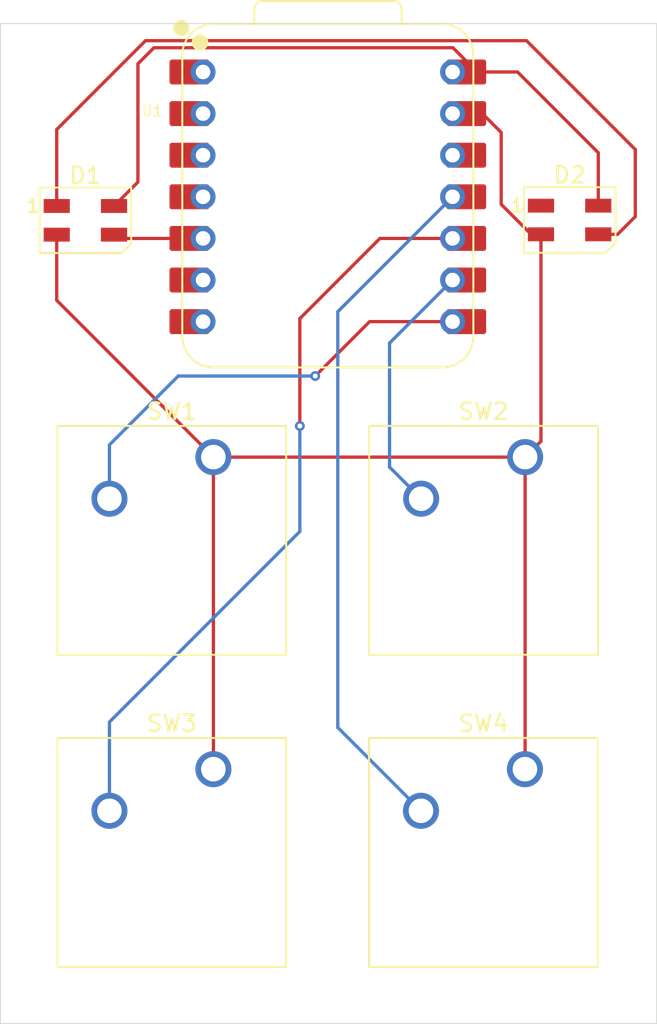
<source format=kicad_pcb>
(kicad_pcb (version 20241229) (generator "pcbnew") (generator_version "9.0")
  (layers (0 "F.Cu" signal) (2 "B.Cu" signal) (13 "F.Paste" user) (15 "B.Paste" user) (5 "F.SilkS" user "F.Silkscreen") (7 "B.SilkS" user "B.Silkscreen") (1 "F.Mask" user) (3 "B.Mask" user) (25 "Edge.Cuts" user))
  (net 0 "")
  (net 1 "Net-(D1-DOUT)")
  (net 2 "Net-(D1-DIN)")
  (net 3 "+5V")
  (net 4 "GND")
  (net 6 "Net-(U1-P301{slash}RXD2)")
  (net 7 "Net-(U1-P111{slash}SCK9)")
  (net 8 "Net-(U1-P110{slash}MISO9)")
  (net 9 "Net-(U1-P109{slash}MOSI9)")
  (footprint "Button_Switch_Keyboard:SW_Cherry_MX_1.00u_PCB" (layer "F.Cu") (at 102.02 125.51)
    (property "Reference" "SW3" (at -2.54 -2.794 0) (layer "F.SilkS"))
    (property "Value" "SW_Push")
    (fp_line (start -9.525 -1.905) (end 4.445 -1.905) (stroke (width 0.12)) (layer "F.SilkS"))
    (fp_line (start -9.525 12.065) (end -9.525 -1.905) (stroke (width 0.12)) (layer "F.SilkS"))
    (fp_line (start 4.445 -1.905) (end 4.445 12.065) (stroke (width 0.12)) (layer "F.SilkS"))
    (fp_line (start 4.445 12.065) (end -9.525 12.065) (stroke (width 0.12)) (layer "F.SilkS"))
    (pad "" np_thru_hole circle (at -7.62 5.08) (size 1.7 1.7) (drill 1.7) (layers "*.Cu" "*.Mask"))
    (pad "" np_thru_hole circle (at -2.54 5.08) (size 4 4) (drill 4) (layers "*.Cu" "*.Mask"))
    (pad "" np_thru_hole circle (at 2.54 5.08) (size 1.7 1.7) (drill 1.7) (layers "*.Cu" "*.Mask"))
    (pad "1" thru_hole circle (at 0 0) (size 2.2 2.2) (drill 1.5) (layers "*.Cu" "*.Mask") (net 4 "GND"))
    (pad "2" thru_hole circle (at -6.35 2.54) (size 2.2 2.2) (drill 1.5) (layers "*.Cu" "*.Mask") (net 8 "Net-(U1-P110{slash}MISO9)"))
  )
  (footprint "Button_Switch_Keyboard:SW_Cherry_MX_1.00u_PCB" (layer "F.Cu") (at 102.02 106.46)
    (property "Reference" "SW1" (at -2.54 -2.794 0) (layer "F.SilkS"))
    (property "Value" "SW_Push")
    (fp_line (start -9.525 -1.905) (end 4.445 -1.905) (stroke (width 0.12)) (layer "F.SilkS"))
    (fp_line (start -9.525 12.065) (end -9.525 -1.905) (stroke (width 0.12)) (layer "F.SilkS"))
    (fp_line (start 4.445 -1.905) (end 4.445 12.065) (stroke (width 0.12)) (layer "F.SilkS"))
    (fp_line (start 4.445 12.065) (end -9.525 12.065) (stroke (width 0.12)) (layer "F.SilkS"))
    (pad "" np_thru_hole circle (at -7.62 5.08) (size 1.7 1.7) (drill 1.7) (layers "*.Cu" "*.Mask"))
    (pad "" np_thru_hole circle (at -2.54 5.08) (size 4 4) (drill 4) (layers "*.Cu" "*.Mask"))
    (pad "" np_thru_hole circle (at 2.54 5.08) (size 1.7 1.7) (drill 1.7) (layers "*.Cu" "*.Mask"))
    (pad "1" thru_hole circle (at 0 0) (size 2.2 2.2) (drill 1.5) (layers "*.Cu" "*.Mask") (net 4 "GND"))
    (pad "2" thru_hole circle (at -6.35 2.54) (size 2.2 2.2) (drill 1.5) (layers "*.Cu" "*.Mask") (net 6 "Net-(U1-P301{slash}RXD2)"))
  )
  (footprint "LED_SMD:LED_SK6812MINI_PLCC4_3.5x3.5mm_P1.75mm" (layer "F.Cu") (at 94.2 92.005)
    (property "Reference" "D1" (at 0 -2.75 0) (layer "F.SilkS"))
    (property "Value" "SK6812MINI")
    (fp_line (start -2.8 -2) (end -2.8 2) (stroke (width 0.12)) (layer "F.SilkS"))
    (fp_line (start -2.8 -2) (end 2.8 -2) (stroke (width 0.12)) (layer "F.SilkS"))
    (fp_line (start -2.8 2) (end 2.2 2) (stroke (width 0.12)) (layer "F.SilkS"))
    (fp_line (start 2.8 1.4) (end 2.2 2) (stroke (width 0.12)) (layer "F.SilkS"))
    (fp_line (start 2.8 1.4) (end 2.8 -2) (stroke (width 0.12)) (layer "F.SilkS"))
    (fp_text user "1" (at -3.2 -0.875 0) (layer "F.SilkS") (effects (font (size 0.8 0.8))))
    (pad "1" smd rect (at -1.75 -0.875) (size 1.6 0.85) (layers "F.Cu" "F.Mask" "F.Paste") (net 1 "Net-(D1-DOUT)"))
    (pad "2" smd rect (at -1.75 0.875) (size 1.6 0.85) (layers "F.Cu" "F.Mask" "F.Paste") (net 4 "GND"))
    (pad "3" smd rect (at 1.75 0.875) (size 1.6 0.85) (layers "F.Cu" "F.Mask" "F.Paste") (net 2 "Net-(D1-DIN)"))
    (pad "4" smd rect (at 1.75 -0.875) (size 1.6 0.85) (layers "F.Cu" "F.Mask" "F.Paste") (net 3 "+5V"))
  )
  (footprint "Button_Switch_Keyboard:SW_Cherry_MX_1.00u_PCB" (layer "F.Cu") (at 121.06 106.46)
    (property "Reference" "SW2" (at -2.54 -2.794 0) (layer "F.SilkS"))
    (property "Value" "SW_Push")
    (fp_line (start -9.525 -1.905) (end 4.445 -1.905) (stroke (width 0.12)) (layer "F.SilkS"))
    (fp_line (start -9.525 12.065) (end -9.525 -1.905) (stroke (width 0.12)) (layer "F.SilkS"))
    (fp_line (start 4.445 -1.905) (end 4.445 12.065) (stroke (width 0.12)) (layer "F.SilkS"))
    (fp_line (start 4.445 12.065) (end -9.525 12.065) (stroke (width 0.12)) (layer "F.SilkS"))
    (pad "" np_thru_hole circle (at -7.62 5.08) (size 1.7 1.7) (drill 1.7) (layers "*.Cu" "*.Mask"))
    (pad "" np_thru_hole circle (at -2.54 5.08) (size 4 4) (drill 4) (layers "*.Cu" "*.Mask"))
    (pad "" np_thru_hole circle (at 2.54 5.08) (size 1.7 1.7) (drill 1.7) (layers "*.Cu" "*.Mask"))
    (pad "1" thru_hole circle (at 0 0) (size 2.2 2.2) (drill 1.5) (layers "*.Cu" "*.Mask") (net 4 "GND"))
    (pad "2" thru_hole circle (at -6.35 2.54) (size 2.2 2.2) (drill 1.5) (layers "*.Cu" "*.Mask") (net 7 "Net-(U1-P111{slash}SCK9)"))
  )
  (footprint "LED_SMD:LED_SK6812MINI_PLCC4_3.5x3.5mm_P1.75mm" (layer "F.Cu") (at 123.78 91.985)
    (property "Reference" "D2" (at 0 -2.75 0) (layer "F.SilkS"))
    (property "Value" "SK6812MINI")
    (fp_line (start -2.8 -2) (end -2.8 2) (stroke (width 0.12)) (layer "F.SilkS"))
    (fp_line (start -2.8 -2) (end 2.8 -2) (stroke (width 0.12)) (layer "F.SilkS"))
    (fp_line (start -2.8 2) (end 2.2 2) (stroke (width 0.12)) (layer "F.SilkS"))
    (fp_line (start 2.8 1.4) (end 2.2 2) (stroke (width 0.12)) (layer "F.SilkS"))
    (fp_line (start 2.8 1.4) (end 2.8 -2) (stroke (width 0.12)) (layer "F.SilkS"))
    (fp_text user "1" (at -3.2 -0.875 0) (layer "F.SilkS") (effects (font (size 0.8 0.8))))
    (pad "1" smd rect (at -1.75 -0.875) (size 1.6 0.85) (layers "F.Cu" "F.Mask" "F.Paste"))
    (pad "2" smd rect (at -1.75 0.875) (size 1.6 0.85) (layers "F.Cu" "F.Mask" "F.Paste") (net 4 "GND"))
    (pad "3" smd rect (at 1.75 0.875) (size 1.6 0.85) (layers "F.Cu" "F.Mask" "F.Paste") (net 1 "Net-(D1-DOUT)"))
    (pad "4" smd rect (at 1.75 -0.875) (size 1.6 0.85) (layers "F.Cu" "F.Mask" "F.Paste") (net 3 "+5V"))
  )
  (footprint "Button_Switch_Keyboard:SW_Cherry_MX_1.00u_PCB" (layer "F.Cu") (at 121.05 125.51)
    (property "Reference" "SW4" (at -2.54 -2.794 0) (layer "F.SilkS"))
    (property "Value" "SW_Push")
    (fp_line (start -9.525 -1.905) (end 4.445 -1.905) (stroke (width 0.12)) (layer "F.SilkS"))
    (fp_line (start -9.525 12.065) (end -9.525 -1.905) (stroke (width 0.12)) (layer "F.SilkS"))
    (fp_line (start 4.445 -1.905) (end 4.445 12.065) (stroke (width 0.12)) (layer "F.SilkS"))
    (fp_line (start 4.445 12.065) (end -9.525 12.065) (stroke (width 0.12)) (layer "F.SilkS"))
    (pad "" np_thru_hole circle (at -7.62 5.08) (size 1.7 1.7) (drill 1.7) (layers "*.Cu" "*.Mask"))
    (pad "" np_thru_hole circle (at -2.54 5.08) (size 4 4) (drill 4) (layers "*.Cu" "*.Mask"))
    (pad "" np_thru_hole circle (at 2.54 5.08) (size 1.7 1.7) (drill 1.7) (layers "*.Cu" "*.Mask"))
    (pad "1" thru_hole circle (at 0 0) (size 2.2 2.2) (drill 1.5) (layers "*.Cu" "*.Mask") (net 4 "GND"))
    (pad "2" thru_hole circle (at -6.35 2.54) (size 2.2 2.2) (drill 1.5) (layers "*.Cu" "*.Mask") (net 9 "Net-(U1-P109{slash}MOSI9)"))
  )
  (footprint "OPL Lib:XIAO-RP2040-DIP" (layer "F.Cu") (at 109.01 90.57)
    (property "Reference" "U1" (at -10.72 -5.24 0) (layer "F.SilkS") (effects (font (size 0.635 0.635) (thickness 0.1016))))
    (property "Value" "XIAO-RA4M1-DIP")
    (fp_line (start -8.89 8.509) (end -8.89 -8.636) (stroke (width 0.127)) (layer "F.SilkS"))
    (fp_line (start -6.985 10.414) (end 6.985 10.414) (stroke (width 0.127)) (layer "F.SilkS"))
    (fp_line (start -4.495 -10.541) (end -4.491272 -11.451272) (stroke (width 0.127)) (layer "F.SilkS"))
    (fp_line (start -3.991272 -11.951) (end 4.004 -11.951) (stroke (width 0.127)) (layer "F.SilkS"))
    (fp_line (start 4.504 -11.451) (end 4.504 -10.541) (stroke (width 0.127)) (layer "F.SilkS"))
    (fp_line (start 6.985 -10.541) (end -6.985 -10.541) (stroke (width 0.1)) (layer "F.SilkS"))
    (fp_line (start 6.985 -10.541) (end -6.985 -10.541) (stroke (width 0.127)) (layer "F.SilkS"))
    (fp_line (start 8.89 8.509) (end 8.89 -8.636) (stroke (width 0.127)) (layer "F.SilkS"))
    (fp_arc (start -8.89 -8.636) (mid -8.332038 -9.983038) (end -6.985 -10.541) (stroke (width 0.127)) (layer "F.SilkS"))
    (fp_arc (start -6.985 10.414) (mid -8.332038 9.856038) (end -8.89 8.509) (stroke (width 0.127)) (layer "F.SilkS"))
    (fp_arc (start -4.491272 -11.451272) (mid -4.344728 -11.80464) (end -3.991272 -11.951) (stroke (width 0.127)) (layer "F.SilkS"))
    (fp_arc (start 4.004 -11.951) (mid 4.357553 -11.804553) (end 4.504 -11.451) (stroke (width 0.127)) (layer "F.SilkS"))
    (fp_arc (start 6.985 -10.541) (mid 8.332038 -9.983038) (end 8.89 -8.636) (stroke (width 0.127)) (layer "F.SilkS"))
    (fp_arc (start 8.89 8.509) (mid 8.332038 9.856038) (end 6.985 10.414) (stroke (width 0.127)) (layer "F.SilkS"))
    (fp_circle (center -8.95 -10.3) (end -8.95 -10.554) (stroke (width 0.5)) (fill yes) (layer "F.SilkS"))
    (fp_circle (center -7.807 -9.42) (end -7.807 -9.674) (stroke (width 0.5)) (fill yes) (layer "F.SilkS"))
    (pad "1" smd roundrect (at -8.455 -7.62 180) (size 2.432 1.524) (layers "F.Cu" "F.Mask") (roundrect_rratio 0.1))
    (pad "1" thru_hole circle (at -7.62 -7.62 180) (size 1.524 1.524) (drill 0.889) (layers "*.Cu" "*.Mask"))
    (pad "2" smd roundrect (at -8.455 -5.08 180) (size 2.432 1.524) (layers "F.Cu" "F.Mask") (roundrect_rratio 0.1))
    (pad "2" thru_hole circle (at -7.62 -5.08 180) (size 1.524 1.524) (drill 0.889) (layers "*.Cu" "*.Mask"))
    (pad "3" smd roundrect (at -8.455 -2.54 180) (size 2.432 1.524) (layers "F.Cu" "F.Mask") (roundrect_rratio 0.1))
    (pad "3" thru_hole circle (at -7.62 -2.54 180) (size 1.524 1.524) (drill 0.889) (layers "*.Cu" "*.Mask"))
    (pad "4" smd roundrect (at -8.455 0 180) (size 2.432 1.524) (layers "F.Cu" "F.Mask") (roundrect_rratio 0.1))
    (pad "4" thru_hole circle (at -7.62 0 180) (size 1.524 1.524) (drill 0.889) (layers "*.Cu" "*.Mask"))
    (pad "5" smd roundrect (at -8.455 2.54 180) (size 2.432 1.524) (layers "F.Cu" "F.Mask") (roundrect_rratio 0.1) (net 2 "Net-(D1-DIN)"))
    (pad "5" thru_hole circle (at -7.62 2.54 180) (size 1.524 1.524) (drill 0.889) (layers "*.Cu" "*.Mask") (net 2 "Net-(D1-DIN)"))
    (pad "6" smd roundrect (at -8.455 5.08 180) (size 2.432 1.524) (layers "F.Cu" "F.Mask") (roundrect_rratio 0.1))
    (pad "6" thru_hole circle (at -7.62 5.08 180) (size 1.524 1.524) (drill 0.889) (layers "*.Cu" "*.Mask"))
    (pad "7" smd roundrect (at -8.455 7.62 180) (size 2.432 1.524) (layers "F.Cu" "F.Mask") (roundrect_rratio 0.1))
    (pad "7" thru_hole circle (at -7.62 7.62 180) (size 1.524 1.524) (drill 0.889) (layers "*.Cu" "*.Mask"))
    (pad "8" thru_hole circle (at 7.62 7.62) (size 1.524 1.524) (drill 0.889) (layers "*.Cu" "*.Mask") (net 6 "Net-(U1-P301{slash}RXD2)"))
    (pad "8" smd roundrect (at 8.455 7.62) (size 2.432 1.524) (layers "F.Cu" "F.Mask") (roundrect_rratio 0.1) (net 6 "Net-(U1-P301{slash}RXD2)"))
    (pad "9" thru_hole circle (at 7.62 5.08) (size 1.524 1.524) (drill 0.889) (layers "*.Cu" "*.Mask") (net 7 "Net-(U1-P111{slash}SCK9)"))
    (pad "9" smd roundrect (at 8.455 5.08) (size 2.432 1.524) (layers "F.Cu" "F.Mask") (roundrect_rratio 0.1) (net 7 "Net-(U1-P111{slash}SCK9)"))
    (pad "10" thru_hole circle (at 7.62 2.54) (size 1.524 1.524) (drill 0.889) (layers "*.Cu" "*.Mask") (net 8 "Net-(U1-P110{slash}MISO9)"))
    (pad "10" smd roundrect (at 8.455 2.54) (size 2.432 1.524) (layers "F.Cu" "F.Mask") (roundrect_rratio 0.1) (net 8 "Net-(U1-P110{slash}MISO9)"))
    (pad "11" thru_hole circle (at 7.62 0) (size 1.524 1.524) (drill 0.889) (layers "*.Cu" "*.Mask") (net 9 "Net-(U1-P109{slash}MOSI9)"))
    (pad "11" smd roundrect (at 8.455 0) (size 2.432 1.524) (layers "F.Cu" "F.Mask") (roundrect_rratio 0.1) (net 9 "Net-(U1-P109{slash}MOSI9)"))
    (pad "12" thru_hole circle (at 7.62 -2.54) (size 1.524 1.524) (drill 0.889) (layers "*.Cu" "*.Mask"))
    (pad "12" smd roundrect (at 8.455 -2.54) (size 2.432 1.524) (layers "F.Cu" "F.Mask") (roundrect_rratio 0.1))
    (pad "13" thru_hole circle (at 7.62 -5.08) (size 1.524 1.524) (drill 0.889) (layers "*.Cu" "*.Mask") (net 4 "GND"))
    (pad "13" smd roundrect (at 8.455 -5.08) (size 2.432 1.524) (layers "F.Cu" "F.Mask") (roundrect_rratio 0.1) (net 4 "GND"))
    (pad "14" thru_hole circle (at 7.62 -7.62) (size 1.524 1.524) (drill 0.889) (layers "*.Cu" "*.Mask") (net 3 "+5V"))
    (pad "14" smd roundrect (at 8.455 -7.62) (size 2.432 1.524) (layers "F.Cu" "F.Mask") (roundrect_rratio 0.1) (net 3 "+5V"))
  )
  (gr_rect (start 89.01 80) (end 129.1 141.04) (stroke (width 0.05)) (fill no) (layer "Edge.Cuts"))
  (segment (start 126.71 92.86) (end 127.79 91.78) (width 0.2) (layer "F.Cu") (net 1))
  (segment (start 97.87 81.04) (end 92.45 86.46) (width 0.2) (layer "F.Cu") (net 1))
  (segment (start 127.79 91.78) (end 127.79 87.68) (width 0.2) (layer "F.Cu") (net 1))
  (segment (start 92.45 86.46) (end 92.45 91.13) (width 0.2) (layer "F.Cu") (net 1))
  (segment (start 127.79 87.68) (end 121.15 81.04) (width 0.2) (layer "F.Cu") (net 1))
  (segment (start 125.53 92.86) (end 126.71 92.86) (width 0.2) (layer "F.Cu") (net 1))
  (segment (start 121.15 81.04) (end 97.87 81.04) (width 0.2) (layer "F.Cu") (net 1))
  (segment (start 96.18 93.11) (end 95.95 92.88) (width 0.2) (layer "F.Cu") (net 2))
  (segment (start 100.555 93.11) (end 96.18 93.11) (width 0.2) (layer "F.Cu") (net 2))
  (segment (start 116.65 81.47) (end 117.465 82.285) (width 0.2) (layer "F.Cu") (net 3))
  (segment (start 97.41 89.67) (end 97.41 82.45) (width 0.2) (layer "F.Cu") (net 3))
  (segment (start 117.465 82.285) (end 117.465 82.95) (width 0.2) (layer "F.Cu") (net 3))
  (segment (start 120.6 82.95) (end 125.53 87.88) (width 0.2) (layer "F.Cu") (net 3))
  (segment (start 117.465 82.95) (end 120.6 82.95) (width 0.2) (layer "F.Cu") (net 3))
  (segment (start 125.53 87.88) (end 125.53 91.11) (width 0.2) (layer "F.Cu") (net 3))
  (segment (start 97.41 82.45) (end 98.39 81.47) (width 0.2) (layer "F.Cu") (net 3))
  (segment (start 98.39 81.47) (end 116.65 81.47) (width 0.2) (layer "F.Cu") (net 3))
  (segment (start 95.95 91.13) (end 97.41 89.67) (width 0.2) (layer "F.Cu") (net 3))
  (segment (start 102.02 106.46) (end 121.06 106.46) (width 0.2) (layer "F.Cu") (net 4))
  (segment (start 121.43 92.86) (end 122.03 92.86) (width 0.2) (layer "F.Cu") (net 4))
  (segment (start 122.03 92.86) (end 122.03 105.49) (width 0.2) (layer "F.Cu") (net 4))
  (segment (start 119.6 86.64) (end 119.6 91.03) (width 0.2) (layer "F.Cu") (net 4))
  (segment (start 121.06 125.5) (end 121.05 125.51) (width 0.2) (layer "F.Cu") (net 4))
  (segment (start 92.45 96.89) (end 102.02 106.46) (width 0.2) (layer "F.Cu") (net 4))
  (segment (start 92.45 92.88) (end 92.45 96.89) (width 0.2) (layer "F.Cu") (net 4))
  (segment (start 122.03 105.49) (end 121.06 106.46) (width 0.2) (layer "F.Cu") (net 4))
  (segment (start 117.465 85.49) (end 118.45 85.49) (width 0.2) (layer "F.Cu") (net 4))
  (segment (start 102.02 106.46) (end 102.02 125.51) (width 0.2) (layer "F.Cu") (net 4))
  (segment (start 119.6 91.03) (end 121.43 92.86) (width 0.2) (layer "F.Cu") (net 4))
  (segment (start 118.45 85.49) (end 119.6 86.64) (width 0.2) (layer "F.Cu") (net 4))
  (segment (start 121.06 106.46) (end 121.06 125.5) (width 0.2) (layer "F.Cu") (net 4))
  (segment (start 108.24 101.51) (end 111.56 98.19) (width 0.2) (layer "F.Cu") (net 6))
  (segment (start 111.56 98.19) (end 116.63 98.19) (width 0.2) (layer "F.Cu") (net 6))
  (via (at 108.24 101.51) (size 0.6) (drill 0.3) (layers "F.Cu" "B.Cu") (net 6))
  (segment (start 97.13 104.25) (end 99.87 101.51) (width 0.2) (layer "B.Cu") (net 6))
  (segment (start 95.67 105.71) (end 97.13 104.25) (width 0.2) (layer "B.Cu") (net 6))
  (segment (start 99.87 101.51) (end 108.24 101.51) (width 0.2) (layer "B.Cu") (net 6))
  (segment (start 95.67 109) (end 95.67 105.71) (width 0.2) (layer "B.Cu") (net 6))
  (segment (start 112.78 99.5) (end 116.63 95.65) (width 0.2) (layer "B.Cu") (net 7))
  (segment (start 112.78 107.07) (end 112.78 99.5) (width 0.2) (layer "B.Cu") (net 7))
  (segment (start 114.71 109) (end 112.78 107.07) (width 0.2) (layer "B.Cu") (net 7))
  (segment (start 107.3 104.56) (end 107.3 98) (width 0.2) (layer "F.Cu") (net 8))
  (segment (start 107.3 98) (end 112.19 93.11) (width 0.2) (layer "F.Cu") (net 8))
  (segment (start 112.19 93.11) (end 116.63 93.11) (width 0.2) (layer "F.Cu") (net 8))
  (via (at 107.3 104.56) (size 0.6) (drill 0.3) (layers "F.Cu" "B.Cu") (net 8))
  (segment (start 96.43 121.87) (end 107.3 111) (width 0.2) (layer "B.Cu") (net 8))
  (segment (start 107.3 111) (end 107.3 104.56) (width 0.2) (layer "B.Cu") (net 8))
  (segment (start 95.67 128.05) (end 95.67 122.63) (width 0.2) (layer "B.Cu") (net 8))
  (segment (start 95.67 122.63) (end 96.43 121.87) (width 0.2) (layer "B.Cu") (net 8))
  (segment (start 109.62 122.98) (end 109.62 97.58) (width 0.2) (layer "B.Cu") (net 9))
  (segment (start 109.63 122.98) (end 109.62 122.98) (width 0.2) (layer "B.Cu") (net 9))
  (segment (start 109.62 97.58) (end 116.63 90.57) (width 0.2) (layer "B.Cu") (net 9))
  (segment (start 114.7 128.05) (end 109.63 122.98) (width 0.2) (layer "B.Cu") (net 9))
)
</source>
